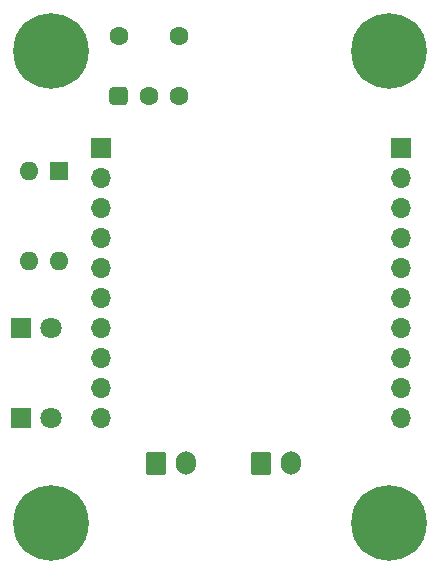
<source format=gbr>
%TF.GenerationSoftware,KiCad,Pcbnew,(5.1.9)-1*%
%TF.CreationDate,2022-08-15T05:54:51+09:00*%
%TF.ProjectId,Receiver,52656365-6976-4657-922e-6b696361645f,rev?*%
%TF.SameCoordinates,Original*%
%TF.FileFunction,Soldermask,Bot*%
%TF.FilePolarity,Negative*%
%FSLAX46Y46*%
G04 Gerber Fmt 4.6, Leading zero omitted, Abs format (unit mm)*
G04 Created by KiCad (PCBNEW (5.1.9)-1) date 2022-08-15 05:54:51*
%MOMM*%
%LPD*%
G01*
G04 APERTURE LIST*
%ADD10R,1.700000X1.700000*%
%ADD11O,1.700000X1.700000*%
%ADD12O,1.700000X2.000000*%
%ADD13R,1.600000X1.600000*%
%ADD14O,1.600000X1.600000*%
%ADD15R,1.800000X1.800000*%
%ADD16C,1.800000*%
%ADD17C,6.400000*%
%ADD18C,0.800000*%
%ADD19C,1.600000*%
G04 APERTURE END LIST*
D10*
%TO.C,J3*%
X89280000Y-116840000D03*
D11*
X89280000Y-119380000D03*
X89280000Y-121920000D03*
X89280000Y-124460000D03*
X89280000Y-127000000D03*
X89280000Y-129540000D03*
X89280000Y-132080000D03*
X89280000Y-134620000D03*
X89280000Y-137160000D03*
X89280000Y-139700000D03*
%TD*%
%TO.C,J4*%
X114680000Y-139700000D03*
X114680000Y-137160000D03*
X114680000Y-134620000D03*
X114680000Y-132080000D03*
X114680000Y-129540000D03*
X114680000Y-127000000D03*
X114680000Y-124460000D03*
X114680000Y-121920000D03*
X114680000Y-119380000D03*
D10*
X114680000Y-116840000D03*
%TD*%
%TO.C,J5*%
G36*
G01*
X93130000Y-144260000D02*
X93130000Y-142760000D01*
G75*
G02*
X93380000Y-142510000I250000J0D01*
G01*
X94580000Y-142510000D01*
G75*
G02*
X94830000Y-142760000I0J-250000D01*
G01*
X94830000Y-144260000D01*
G75*
G02*
X94580000Y-144510000I-250000J0D01*
G01*
X93380000Y-144510000D01*
G75*
G02*
X93130000Y-144260000I0J250000D01*
G01*
G37*
D12*
X96480000Y-143510000D03*
%TD*%
%TO.C,J6*%
G36*
G01*
X102020000Y-144260000D02*
X102020000Y-142760000D01*
G75*
G02*
X102270000Y-142510000I250000J0D01*
G01*
X103470000Y-142510000D01*
G75*
G02*
X103720000Y-142760000I0J-250000D01*
G01*
X103720000Y-144260000D01*
G75*
G02*
X103470000Y-144510000I-250000J0D01*
G01*
X102270000Y-144510000D01*
G75*
G02*
X102020000Y-144260000I0J250000D01*
G01*
G37*
X105370000Y-143510000D03*
%TD*%
D13*
%TO.C,U1*%
X85725000Y-118745000D03*
D14*
X83185000Y-126365000D03*
X83185000Y-118745000D03*
X85725000Y-126365000D03*
%TD*%
D15*
%TO.C,D1*%
X82550000Y-132080000D03*
D16*
X85090000Y-132080000D03*
%TD*%
%TO.C,D2*%
X85090000Y-139700000D03*
D15*
X82550000Y-139700000D03*
%TD*%
D17*
%TO.C,H1*%
X85090000Y-108585000D03*
D18*
X87490000Y-108585000D03*
X86787056Y-110282056D03*
X85090000Y-110985000D03*
X83392944Y-110282056D03*
X82690000Y-108585000D03*
X83392944Y-106887944D03*
X85090000Y-106185000D03*
X86787056Y-106887944D03*
%TD*%
%TO.C,H2*%
X86787056Y-146892944D03*
X85090000Y-146190000D03*
X83392944Y-146892944D03*
X82690000Y-148590000D03*
X83392944Y-150287056D03*
X85090000Y-150990000D03*
X86787056Y-150287056D03*
X87490000Y-148590000D03*
D17*
X85090000Y-148590000D03*
%TD*%
%TO.C,H3*%
X113665000Y-148590000D03*
D18*
X116065000Y-148590000D03*
X115362056Y-150287056D03*
X113665000Y-150990000D03*
X111967944Y-150287056D03*
X111265000Y-148590000D03*
X111967944Y-146892944D03*
X113665000Y-146190000D03*
X115362056Y-146892944D03*
%TD*%
%TO.C,H4*%
X115362056Y-106887944D03*
X113665000Y-106185000D03*
X111967944Y-106887944D03*
X111265000Y-108585000D03*
X111967944Y-110282056D03*
X113665000Y-110985000D03*
X115362056Y-110282056D03*
X116065000Y-108585000D03*
D17*
X113665000Y-108585000D03*
%TD*%
D19*
%TO.C,SW1*%
X95885000Y-107315000D03*
X90805000Y-107315000D03*
G36*
G01*
X90405000Y-111595000D02*
X91205000Y-111595000D01*
G75*
G02*
X91605000Y-111995000I0J-400000D01*
G01*
X91605000Y-112795000D01*
G75*
G02*
X91205000Y-113195000I-400000J0D01*
G01*
X90405000Y-113195000D01*
G75*
G02*
X90005000Y-112795000I0J400000D01*
G01*
X90005000Y-111995000D01*
G75*
G02*
X90405000Y-111595000I400000J0D01*
G01*
G37*
X93345000Y-112395000D03*
X95885000Y-112395000D03*
%TD*%
M02*

</source>
